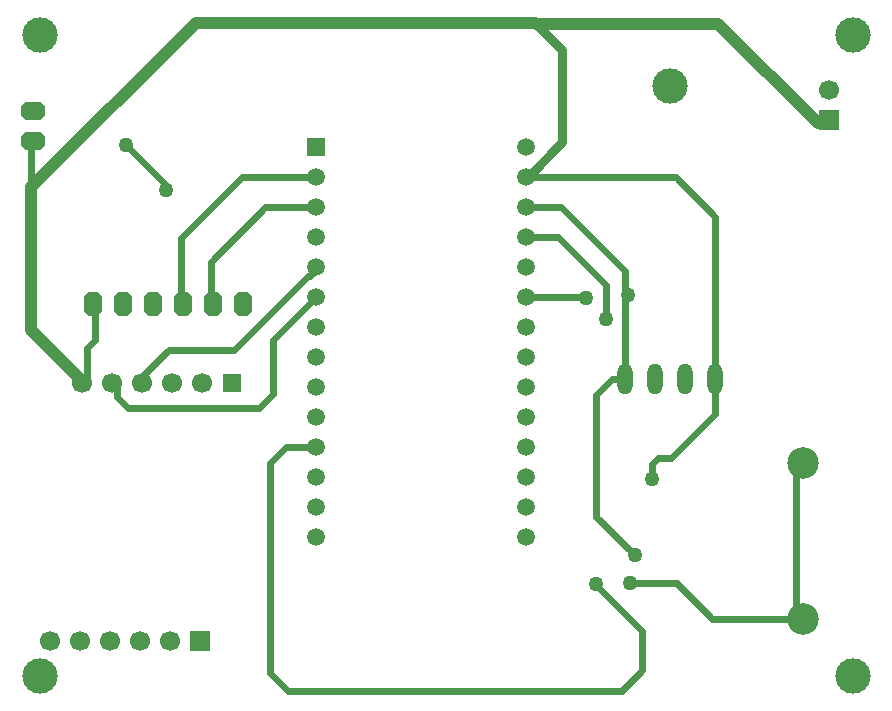
<source format=gbl>
%FSTAX25Y25*%
%MOIN*%
%SFA1B1*%

%IPPOS*%
%AMD45*
4,1,8,-0.030000,0.025000,-0.030000,-0.025000,-0.015000,-0.040000,0.015000,-0.040000,0.030000,-0.025000,0.030000,0.025000,0.015000,0.040000,-0.015000,0.040000,-0.030000,0.025000,0.0*
%
%AMD46*
4,1,8,-0.025000,-0.030000,0.025000,-0.030000,0.040000,-0.015000,0.040000,0.015000,0.025000,0.030000,-0.025000,0.030000,-0.040000,0.015000,-0.040000,-0.015000,-0.025000,-0.030000,0.0*
%
%ADD41C,0.023620*%
%ADD42C,0.039370*%
%ADD43C,0.031500*%
%ADD44C,0.118110*%
G04~CAMADD=45~4~0.0~0.0~800.0~600.0~0.0~150.0~0~0.0~0.0~0.0~0.0~0~0.0~0.0~0.0~0.0~0~0.0~0.0~0.0~90.0~600.0~800.0*
%ADD45D45*%
G04~CAMADD=46~4~0.0~0.0~800.0~600.0~0.0~150.0~0~0.0~0.0~0.0~0.0~0~0.0~0.0~0.0~0.0~0~0.0~0.0~0.0~180.0~800.0~600.0*
%ADD46D46*%
%ADD47C,0.066930*%
%ADD48R,0.066930X0.066930*%
%ADD49R,0.059060X0.059060*%
%ADD50O,0.051500X0.102990*%
%ADD51C,0.059060*%
%ADD52R,0.059060X0.059060*%
%ADD53R,0.066930X0.066930*%
%ADD54C,0.105120*%
%ADD55C,0.050000*%
%LNgateway-1*%
%LPD*%
G54D41*
X0191488Y0136D02*
X0191888Y01356D01*
X0172Y0136D02*
X0191488D01*
X00276Y01326D02*
X00283Y01319D01*
Y01217D02*
Y01319D01*
X0025454Y0118854D02*
X00283Y01217D01*
X0025454Y0106331D02*
Y0118854D01*
X00568Y01358D02*
Y01557D01*
X0006897Y0187197D02*
X00076Y01879D01*
X00667Y01477D02*
X0085Y0166D01*
X00667Y01357D02*
Y01477D01*
X00568Y01557D02*
X00771Y0176D01*
X00384Y01866D02*
X00517Y01733D01*
Y01716D02*
Y01733D01*
X0205Y01088D02*
Y01445D01*
X02006Y01088D02*
X0205D01*
X01952Y01034D02*
X02006Y01088D01*
X01952Y00627D02*
Y01034D01*
Y00627D02*
X02064Y00515D01*
X0235Y00971D02*
Y01088D01*
X02201Y00822D02*
X0235Y00971D01*
X02157Y00822D02*
X02201D01*
X02139Y00804D02*
X02157Y00822D01*
X0035454Y0102646D02*
X00391Y0099D01*
X0035454Y0102646D02*
Y0106331D01*
X00443Y0107785D02*
Y011D01*
Y0107785D02*
X0045454Y0106632D01*
Y0106331D02*
Y0106632D01*
X02064Y00405D02*
X02221D01*
X02064Y00515D02*
Y00518D01*
X02082Y005*
X0198488Y01285D02*
Y0140012D01*
X01825Y0156D02*
X0198488Y0140012D01*
X01715Y0156D02*
X01825D01*
X01835Y0166D02*
X0205Y01445D01*
X01715Y0166D02*
X01835D01*
X02039Y00048D02*
X02106Y00115D01*
X0195Y00403D02*
X02106Y00247D01*
Y00115D02*
Y00247D01*
X00866Y00807D02*
X00919Y0086D01*
X01015*
X02139Y00754D02*
Y00804D01*
X01015Y0135744D02*
Y0136D01*
X00771Y0176D02*
X01015D01*
X0085Y0166D02*
X0102D01*
X0023454Y0106431D02*
Y0108331D01*
X02221Y00405D02*
X0234Y00286D01*
X02602*
X02617Y0028596D02*
Y0080604D01*
X00866Y00107D02*
Y00807D01*
Y00107D02*
X00925Y00048D01*
X02039*
X01015Y01445D02*
Y0146D01*
X0099146Y014289D02*
X009989D01*
X01015Y01445*
X02218Y0176D02*
X0235Y01628D01*
Y01088D02*
Y01628D01*
X00391Y0099D02*
X00827D01*
X00875Y01038*
Y0121744*
X01015Y0135744*
X00443Y011D02*
X00527Y01184D01*
X0074656*
X0099146Y014289*
X0006897Y0172497D02*
Y0187197D01*
X01725Y0176D02*
X02218D01*
G54D42*
X0236Y02271D02*
X026925Y019385D01*
X01752Y02271D02*
X0236D01*
X00617Y02273D02*
X0175D01*
X0006897Y0172497D02*
X00617Y02273D01*
X0006897Y0124888D02*
X0023454Y0108331D01*
X0006897Y0124888D02*
Y0172497D01*
G54D43*
X01752Y02271D02*
X0184Y02183D01*
X01725Y0176D02*
X0184Y01875D01*
Y02183*
G54D44*
X0281Y00097D03*
X00097D03*
Y02233D03*
X0281D03*
X022Y02063D03*
G54D45*
X00676Y01338D03*
X00776D03*
X00576D03*
X00476D03*
X00376D03*
X00276D03*
G54D46*
X00076Y01979D03*
Y01879D03*
G54D47*
X00131Y00212D03*
X00231D03*
X00331D03*
X00431D03*
X00531D03*
X0063754Y0107231D03*
X0053754D03*
X0043754D03*
X0033754D03*
X0023754D03*
X0273Y0205D03*
G54D48*
X00631Y00212D03*
G54D49*
X0073754Y0107231D03*
G54D50*
X0235Y01088D03*
X0225D03*
X0215D03*
X0205D03*
G54D51*
X0172Y0056D03*
Y0066D03*
Y0076D03*
Y0086D03*
Y0096D03*
Y0106D03*
Y0116D03*
Y0126D03*
Y0136D03*
Y0146D03*
Y0156D03*
Y0166D03*
Y0176D03*
X0102Y0056D03*
Y0066D03*
Y0076D03*
Y0086D03*
Y0096D03*
Y0106D03*
Y0116D03*
Y0126D03*
Y0136D03*
Y0146D03*
Y0156D03*
Y0166D03*
Y0176D03*
X0172Y0186D03*
G54D52*
X0102Y0186D03*
G54D53*
X0273Y0195D03*
G54D54*
X02642Y0080804D03*
Y0028796D03*
G54D55*
X0191888Y01356D03*
X01951Y00404D03*
X00517Y01716D03*
X00384Y01866D03*
X0198488Y01285D03*
X02064Y00405D03*
X02139Y00754D03*
X02082Y005D03*
X02057Y01366D03*
M02*
</source>
